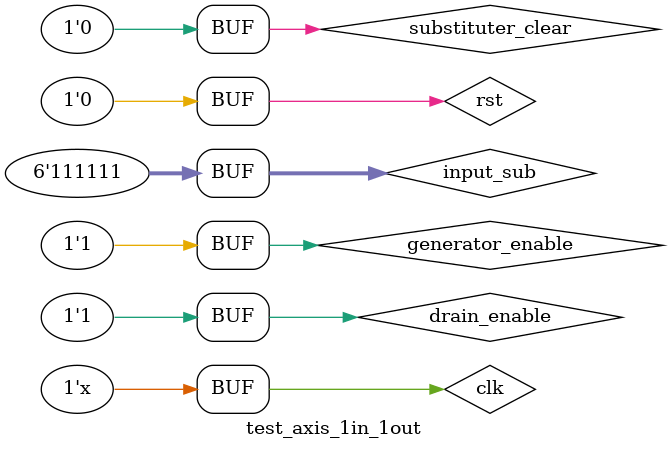
<source format=sv>
`timescale 1ns / 1ps

module test_axis_1in_1out;
	parameter PERIOD=10;
	parameter DATA_WIDTH=6;
	parameter OUT_WIDTH=7;
	parameter BLOCK_SIZE_LOG=8;
	parameter IS_SIGNED=0;
	parameter USE_ACC=0;
	parameter USE_AVG=0;
	parameter USE_REP=0;
	parameter USE_CLP=0;
	parameter USE_RED=0;
	parameter USE_SUB=0;
	parameter USE_PSM=1;
	
	//controls
	reg clk, rst;
	reg generator_enable;
	reg drain_enable;
	//inputs
	wire gen_valid, gen_ready;
	wire[DATA_WIDTH-1:0] gen_data;
	//wired outputs
	wire acc_ready;
	wire acc_valid;
	wire[OUT_WIDTH-1:0] acc_data;
	
	
	
	helper_axis_generator #(.DATA_WIDTH(DATA_WIDTH), .RANDOM(0)) GEN_0
		(
			.clk(clk), .rst(rst), .enable(generator_enable),
			.output_valid(gen_valid),
			.output_data(gen_data),
			.output_ready(gen_ready)
		);
		
	if (USE_ACC == 1) begin: gen_accumulator
		axis_accumulator #(.DATA_WIDTH(DATA_WIDTH), .ACC_COUNT_LOG(BLOCK_SIZE_LOG), .ACC_COUNT(2**BLOCK_SIZE_LOG), .IS_SIGNED(IS_SIGNED)) acc
			(
				.clk(clk), .rst(rst),
				.input_valid(gen_valid),
				.input_ready(gen_ready),
				.input_data(gen_data),
				.output_ready(acc_ready),
				.output_valid(acc_valid),
				.output_data(acc_data)
			);
	end

	if (USE_AVG == 1) begin: gen_averager
		axis_averager_pow2 #(.DATA_WIDTH(DATA_WIDTH), .ELEMENT_COUNT_LOG(BLOCK_SIZE_LOG), .IS_SIGNED(IS_SIGNED)) averager
			(
				.clk(clk), .rst(rst),
				.input_valid(gen_valid),
				.input_ready(gen_ready),
				.input_data(gen_data),
				.output_ready(acc_ready),
				.output_valid(acc_valid),
				.output_data(acc_data)
			);
	end
	
	if (USE_REP == 1) begin: gen_repeater
		axis_data_repeater #(.DATA_WIDTH(DATA_WIDTH), .NUMBER_OF_REPETITIONS(7)) repeater
			(
				.clk(clk), .rst(rst),
				.input_valid(gen_valid),
				.input_ready(gen_ready),
				.input_data(gen_data),
				.output_ready(acc_ready),
				.output_valid(acc_valid),
				.output_data(acc_data)
			);
	end

	if (USE_CLP == 1) begin: gen_clamper
		axis_interval_clamper #(.DATA_WIDTH(DATA_WIDTH), .IS_SIGNED(IS_SIGNED), .LOWER_LIMIT(256), .UPPER_LIMIT(2**14)) clamper
			(
				.clk(clk), .rst(rst),
				.input_valid(gen_valid),
				.input_ready(gen_ready),
				.input_data(gen_data),
				.output_ready(acc_ready),
				.output_valid(acc_valid),
				.output_data(acc_data)
			);
	end

	if (USE_RED == 1) begin: gen_reducer
		axis_reducer #(.DATA_WIDTH(DATA_WIDTH), .VALID_TRANSACTIONS(17), .INVALID_TRANSACTIONS(3), .START_VALID(1)) reducer
			(
				.clk(clk), .rst(rst),
				.input_valid(gen_valid),
				.input_ready(gen_ready),
				.input_data(gen_data),
				.output_ready(acc_ready),
				.output_valid(acc_valid),
				.output_data(acc_data)
			);
	end

	if (USE_PSM == 1) begin: gen_partial_sum
		axis_partial_sum #(
				.INPUT_WIDTH_LOG(DATA_WIDTH), 
				.COUNTER_WIDTH_LOG(OUT_WIDTH), 
				.RESET_VALUE(2**OUT_WIDTH-1), 
				.START_ON_RESET(0),
				.IS_ADD(0)) partial_summer
			(
				.clk(clk), .rst(rst),
				.input_valid(gen_valid),
				.input_ready(gen_ready),
				.input_data(gen_data),
				.output_ready(acc_ready),
				.output_valid(acc_valid),
				.output_data(acc_data)
			);
	end

	reg substituter_clear;
	initial begin
		substituter_clear = 0;
		#(PERIOD*128);
		substituter_clear = 1;
		#(PERIOD);
		substituter_clear = 0;
	end

	reg [DATA_WIDTH-1:0] input_sub;
	assign input_sub = {DATA_WIDTH{1'b1}};
	if (USE_SUB == 1) begin: gen_substituter
		axis_substituter #(.DATA_WIDTH(DATA_WIDTH), .INVALID_TRANSACTIONS(4)) substituter
			(
				.clk(clk), .rst(rst),
				.clear(substituter_clear),
				.input_valid(gen_valid),
				.input_ready(gen_ready),
				.input_data(gen_data),
				.input_sub(input_sub),
				.output_ready(acc_ready),
				.output_valid(acc_valid),
				.output_data(acc_data)
			);
	end
		
	helper_axis_drain #(.DATA_WIDTH(OUT_WIDTH)) DRAIN
		(
			.clk(clk), .rst(rst), .enable(drain_enable),
			.input_valid(acc_valid),
			.input_ready(acc_ready),
			.input_data(acc_data)
		);
	
	
	always #(PERIOD/2) clk = ~clk;

	
	initial begin
		clk = 1;
		rst = 1;
		generator_enable = 0;
		drain_enable = 0;
		
		#(PERIOD)
		#(PERIOD/2);
		rst = 0;
		generator_enable = 1;
		
		#(PERIOD*10);
		drain_enable = 1;
		
		#(PERIOD*10);
		generator_enable = 0;
		
		#(PERIOD*10);
		generator_enable = 1;
	end

    
endmodule
</source>
